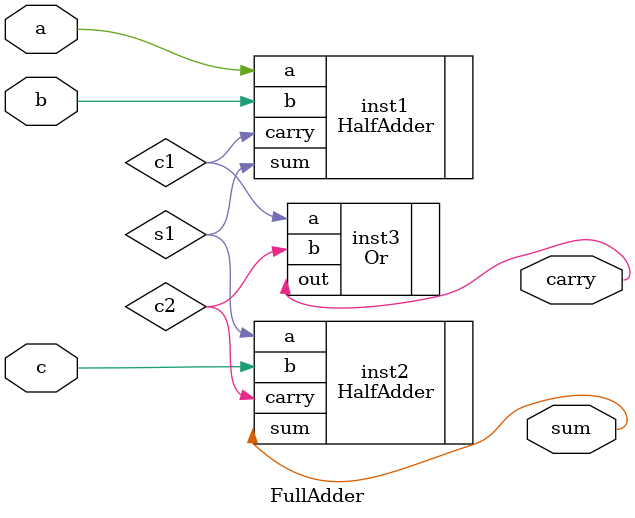
<source format=v>
module FullAdder (
    input a,
    input b,
    input c,
    output sum,
    output carry
);
    wire s1, c1, c2;

    HalfAdder inst1 (.a(a),  .b(b), .sum(s1), .carry(c1));
    HalfAdder inst2 (.a(s1), .b(c), .sum(sum), .carry(c2));
    Or        inst3 (.a(c1), .b(c2), .out(carry));
endmodule
</source>
